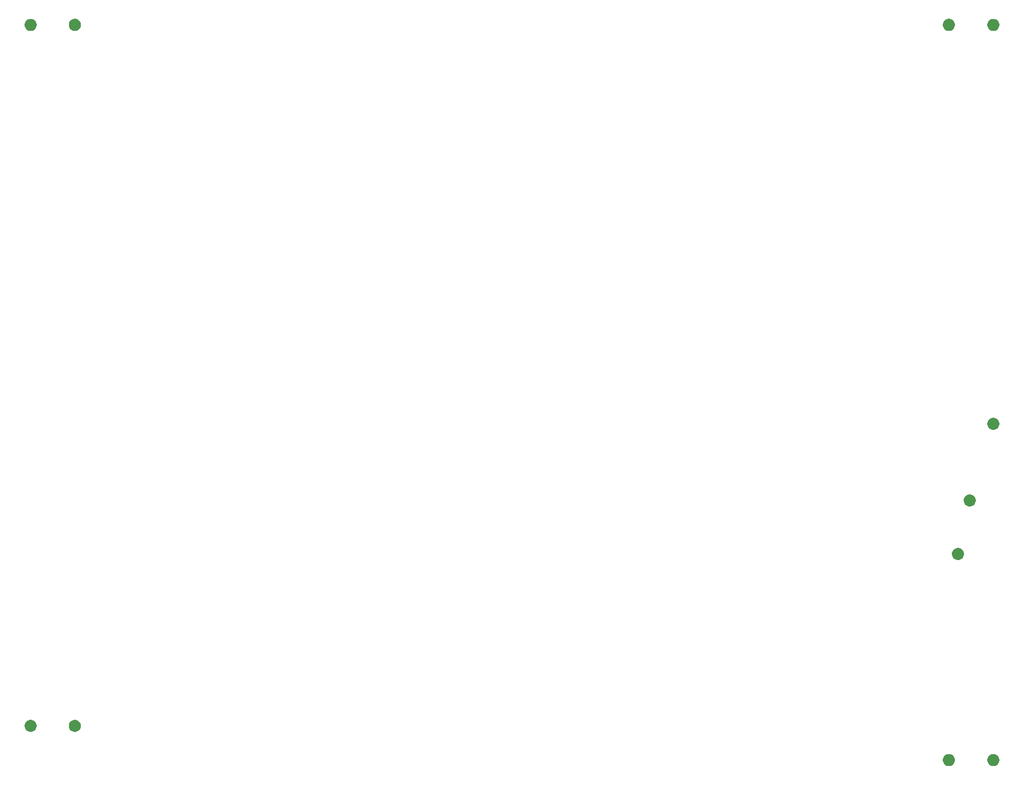
<source format=gbr>
G04 #@! TF.GenerationSoftware,KiCad,Pcbnew,(5.1.5-0-10_14)*
G04 #@! TF.CreationDate,2020-04-18T19:29:34+09:00*
G04 #@! TF.ProjectId,colice_left_topFrame,636f6c69-6365-45f6-9c65-66745f746f70,rev?*
G04 #@! TF.SameCoordinates,Original*
G04 #@! TF.FileFunction,Soldermask,Top*
G04 #@! TF.FilePolarity,Negative*
%FSLAX46Y46*%
G04 Gerber Fmt 4.6, Leading zero omitted, Abs format (unit mm)*
G04 Created by KiCad (PCBNEW (5.1.5-0-10_14)) date 2020-04-18 19:29:34*
%MOMM*%
%LPD*%
G04 APERTURE LIST*
%ADD10C,0.100000*%
G04 APERTURE END LIST*
D10*
G36*
X199510161Y-155706391D02*
G01*
X199702817Y-155786192D01*
X199715081Y-155791272D01*
X199899503Y-155914499D01*
X200056341Y-156071337D01*
X200176175Y-156250681D01*
X200179569Y-156255761D01*
X200264449Y-156460679D01*
X200307720Y-156678217D01*
X200307720Y-156900023D01*
X200264449Y-157117561D01*
X200181673Y-157317399D01*
X200179568Y-157322481D01*
X200056341Y-157506903D01*
X199899503Y-157663741D01*
X199715081Y-157786968D01*
X199715080Y-157786969D01*
X199715079Y-157786969D01*
X199510161Y-157871849D01*
X199292623Y-157915120D01*
X199070817Y-157915120D01*
X198853279Y-157871849D01*
X198648361Y-157786969D01*
X198648360Y-157786969D01*
X198648359Y-157786968D01*
X198463937Y-157663741D01*
X198307099Y-157506903D01*
X198183872Y-157322481D01*
X198181767Y-157317399D01*
X198098991Y-157117561D01*
X198055720Y-156900023D01*
X198055720Y-156678217D01*
X198098991Y-156460679D01*
X198183871Y-156255761D01*
X198187265Y-156250681D01*
X198307099Y-156071337D01*
X198463937Y-155914499D01*
X198648359Y-155791272D01*
X198660623Y-155786192D01*
X198853279Y-155706391D01*
X199070817Y-155663120D01*
X199292623Y-155663120D01*
X199510161Y-155706391D01*
G37*
G36*
X191224681Y-155701311D02*
G01*
X191429599Y-155786191D01*
X191429601Y-155786192D01*
X191614023Y-155909419D01*
X191770861Y-156066257D01*
X191894088Y-156250679D01*
X191894089Y-156250681D01*
X191978969Y-156455599D01*
X192022240Y-156673137D01*
X192022240Y-156894943D01*
X191978969Y-157112481D01*
X191976864Y-157117562D01*
X191894088Y-157317401D01*
X191770861Y-157501823D01*
X191614023Y-157658661D01*
X191429601Y-157781888D01*
X191429600Y-157781889D01*
X191429599Y-157781889D01*
X191224681Y-157866769D01*
X191007143Y-157910040D01*
X190785337Y-157910040D01*
X190567799Y-157866769D01*
X190362881Y-157781889D01*
X190362880Y-157781889D01*
X190362879Y-157781888D01*
X190178457Y-157658661D01*
X190021619Y-157501823D01*
X189898392Y-157317401D01*
X189815616Y-157117562D01*
X189813511Y-157112481D01*
X189770240Y-156894943D01*
X189770240Y-156673137D01*
X189813511Y-156455599D01*
X189898391Y-156250681D01*
X189898392Y-156250679D01*
X190021619Y-156066257D01*
X190178457Y-155909419D01*
X190362879Y-155786192D01*
X190362881Y-155786191D01*
X190567799Y-155701311D01*
X190785337Y-155658040D01*
X191007143Y-155658040D01*
X191224681Y-155701311D01*
G37*
G36*
X28187161Y-149325911D02*
G01*
X28392079Y-149410791D01*
X28392081Y-149410792D01*
X28576503Y-149534019D01*
X28733341Y-149690857D01*
X28733342Y-149690859D01*
X28856569Y-149875281D01*
X28941449Y-150080199D01*
X28984720Y-150297737D01*
X28984720Y-150519543D01*
X28941449Y-150737081D01*
X28856569Y-150941999D01*
X28856568Y-150942001D01*
X28733341Y-151126423D01*
X28576503Y-151283261D01*
X28392081Y-151406488D01*
X28392080Y-151406489D01*
X28392079Y-151406489D01*
X28187161Y-151491369D01*
X27969623Y-151534640D01*
X27747817Y-151534640D01*
X27530279Y-151491369D01*
X27325361Y-151406489D01*
X27325360Y-151406489D01*
X27325359Y-151406488D01*
X27140937Y-151283261D01*
X26984099Y-151126423D01*
X26860872Y-150942001D01*
X26860871Y-150941999D01*
X26775991Y-150737081D01*
X26732720Y-150519543D01*
X26732720Y-150297737D01*
X26775991Y-150080199D01*
X26860871Y-149875281D01*
X26984098Y-149690859D01*
X26984099Y-149690857D01*
X27140937Y-149534019D01*
X27325359Y-149410792D01*
X27325361Y-149410791D01*
X27530279Y-149325911D01*
X27747817Y-149282640D01*
X27969623Y-149282640D01*
X28187161Y-149325911D01*
G37*
G36*
X19957561Y-149325911D02*
G01*
X20162479Y-149410791D01*
X20162481Y-149410792D01*
X20346903Y-149534019D01*
X20503741Y-149690857D01*
X20503742Y-149690859D01*
X20626969Y-149875281D01*
X20711849Y-150080199D01*
X20755120Y-150297737D01*
X20755120Y-150519543D01*
X20711849Y-150737081D01*
X20626969Y-150941999D01*
X20626968Y-150942001D01*
X20503741Y-151126423D01*
X20346903Y-151283261D01*
X20162481Y-151406488D01*
X20162480Y-151406489D01*
X20162479Y-151406489D01*
X19957561Y-151491369D01*
X19740023Y-151534640D01*
X19518217Y-151534640D01*
X19300679Y-151491369D01*
X19095761Y-151406489D01*
X19095760Y-151406489D01*
X19095759Y-151406488D01*
X18911337Y-151283261D01*
X18754499Y-151126423D01*
X18631272Y-150942001D01*
X18631271Y-150941999D01*
X18546391Y-150737081D01*
X18503120Y-150519543D01*
X18503120Y-150297737D01*
X18546391Y-150080199D01*
X18631271Y-149875281D01*
X18754498Y-149690859D01*
X18754499Y-149690857D01*
X18911337Y-149534019D01*
X19095759Y-149410792D01*
X19095761Y-149410791D01*
X19300679Y-149325911D01*
X19518217Y-149282640D01*
X19740023Y-149282640D01*
X19957561Y-149325911D01*
G37*
G36*
X192936641Y-117220311D02*
G01*
X193141559Y-117305191D01*
X193141561Y-117305192D01*
X193325983Y-117428419D01*
X193482821Y-117585257D01*
X193482822Y-117585259D01*
X193606049Y-117769681D01*
X193690929Y-117974599D01*
X193734200Y-118192137D01*
X193734200Y-118413943D01*
X193690929Y-118631481D01*
X193606049Y-118836399D01*
X193606048Y-118836401D01*
X193482821Y-119020823D01*
X193325983Y-119177661D01*
X193141561Y-119300888D01*
X193141560Y-119300889D01*
X193141559Y-119300889D01*
X192936641Y-119385769D01*
X192719103Y-119429040D01*
X192497297Y-119429040D01*
X192279759Y-119385769D01*
X192074841Y-119300889D01*
X192074840Y-119300889D01*
X192074839Y-119300888D01*
X191890417Y-119177661D01*
X191733579Y-119020823D01*
X191610352Y-118836401D01*
X191610351Y-118836399D01*
X191525471Y-118631481D01*
X191482200Y-118413943D01*
X191482200Y-118192137D01*
X191525471Y-117974599D01*
X191610351Y-117769681D01*
X191733578Y-117585259D01*
X191733579Y-117585257D01*
X191890417Y-117428419D01*
X192074839Y-117305192D01*
X192074841Y-117305191D01*
X192279759Y-117220311D01*
X192497297Y-117177040D01*
X192719103Y-117177040D01*
X192936641Y-117220311D01*
G37*
G36*
X195105801Y-107233031D02*
G01*
X195310719Y-107317911D01*
X195310721Y-107317912D01*
X195495143Y-107441139D01*
X195651981Y-107597977D01*
X195651982Y-107597979D01*
X195775209Y-107782401D01*
X195860089Y-107987319D01*
X195903360Y-108204857D01*
X195903360Y-108426663D01*
X195860089Y-108644201D01*
X195775209Y-108849119D01*
X195775208Y-108849121D01*
X195651981Y-109033543D01*
X195495143Y-109190381D01*
X195310721Y-109313608D01*
X195310720Y-109313609D01*
X195310719Y-109313609D01*
X195105801Y-109398489D01*
X194888263Y-109441760D01*
X194666457Y-109441760D01*
X194448919Y-109398489D01*
X194244001Y-109313609D01*
X194244000Y-109313609D01*
X194243999Y-109313608D01*
X194059577Y-109190381D01*
X193902739Y-109033543D01*
X193779512Y-108849121D01*
X193779511Y-108849119D01*
X193694631Y-108644201D01*
X193651360Y-108426663D01*
X193651360Y-108204857D01*
X193694631Y-107987319D01*
X193779511Y-107782401D01*
X193902738Y-107597979D01*
X193902739Y-107597977D01*
X194059577Y-107441139D01*
X194243999Y-107317912D01*
X194244001Y-107317911D01*
X194448919Y-107233031D01*
X194666457Y-107189760D01*
X194888263Y-107189760D01*
X195105801Y-107233031D01*
G37*
G36*
X199510161Y-92937911D02*
G01*
X199715079Y-93022791D01*
X199715081Y-93022792D01*
X199899503Y-93146019D01*
X200056341Y-93302857D01*
X200056342Y-93302859D01*
X200179569Y-93487281D01*
X200264449Y-93692199D01*
X200307720Y-93909737D01*
X200307720Y-94131543D01*
X200264449Y-94349081D01*
X200179569Y-94553999D01*
X200179568Y-94554001D01*
X200056341Y-94738423D01*
X199899503Y-94895261D01*
X199715081Y-95018488D01*
X199715080Y-95018489D01*
X199715079Y-95018489D01*
X199510161Y-95103369D01*
X199292623Y-95146640D01*
X199070817Y-95146640D01*
X198853279Y-95103369D01*
X198648361Y-95018489D01*
X198648360Y-95018489D01*
X198648359Y-95018488D01*
X198463937Y-94895261D01*
X198307099Y-94738423D01*
X198183872Y-94554001D01*
X198183871Y-94553999D01*
X198098991Y-94349081D01*
X198055720Y-94131543D01*
X198055720Y-93909737D01*
X198098991Y-93692199D01*
X198183871Y-93487281D01*
X198307098Y-93302859D01*
X198307099Y-93302857D01*
X198463937Y-93146019D01*
X198648359Y-93022792D01*
X198648361Y-93022791D01*
X198853279Y-92937911D01*
X199070817Y-92894640D01*
X199292623Y-92894640D01*
X199510161Y-92937911D01*
G37*
G36*
X199515241Y-18454951D02*
G01*
X199707897Y-18534752D01*
X199720161Y-18539832D01*
X199904583Y-18663059D01*
X200061421Y-18819897D01*
X200181255Y-18999241D01*
X200184649Y-19004321D01*
X200269529Y-19209239D01*
X200312800Y-19426777D01*
X200312800Y-19648583D01*
X200269529Y-19866121D01*
X200186753Y-20065959D01*
X200184648Y-20071041D01*
X200061421Y-20255463D01*
X199904583Y-20412301D01*
X199720161Y-20535528D01*
X199720160Y-20535529D01*
X199720159Y-20535529D01*
X199515241Y-20620409D01*
X199297703Y-20663680D01*
X199075897Y-20663680D01*
X198858359Y-20620409D01*
X198653441Y-20535529D01*
X198653440Y-20535529D01*
X198653439Y-20535528D01*
X198469017Y-20412301D01*
X198312179Y-20255463D01*
X198188952Y-20071041D01*
X198186847Y-20065959D01*
X198104071Y-19866121D01*
X198060800Y-19648583D01*
X198060800Y-19426777D01*
X198104071Y-19209239D01*
X198188951Y-19004321D01*
X198192345Y-18999241D01*
X198312179Y-18819897D01*
X198469017Y-18663059D01*
X198653439Y-18539832D01*
X198665703Y-18534752D01*
X198858359Y-18454951D01*
X199075897Y-18411680D01*
X199297703Y-18411680D01*
X199515241Y-18454951D01*
G37*
G36*
X19957561Y-18454951D02*
G01*
X20150217Y-18534752D01*
X20162481Y-18539832D01*
X20346903Y-18663059D01*
X20503741Y-18819897D01*
X20623575Y-18999241D01*
X20626969Y-19004321D01*
X20711849Y-19209239D01*
X20755120Y-19426777D01*
X20755120Y-19648583D01*
X20711849Y-19866121D01*
X20629073Y-20065959D01*
X20626968Y-20071041D01*
X20503741Y-20255463D01*
X20346903Y-20412301D01*
X20162481Y-20535528D01*
X20162480Y-20535529D01*
X20162479Y-20535529D01*
X19957561Y-20620409D01*
X19740023Y-20663680D01*
X19518217Y-20663680D01*
X19300679Y-20620409D01*
X19095761Y-20535529D01*
X19095760Y-20535529D01*
X19095759Y-20535528D01*
X18911337Y-20412301D01*
X18754499Y-20255463D01*
X18631272Y-20071041D01*
X18629167Y-20065959D01*
X18546391Y-19866121D01*
X18503120Y-19648583D01*
X18503120Y-19426777D01*
X18546391Y-19209239D01*
X18631271Y-19004321D01*
X18634665Y-18999241D01*
X18754499Y-18819897D01*
X18911337Y-18663059D01*
X19095759Y-18539832D01*
X19108023Y-18534752D01*
X19300679Y-18454951D01*
X19518217Y-18411680D01*
X19740023Y-18411680D01*
X19957561Y-18454951D01*
G37*
G36*
X191224681Y-18449871D02*
G01*
X191429599Y-18534751D01*
X191429601Y-18534752D01*
X191614023Y-18657979D01*
X191770861Y-18814817D01*
X191894088Y-18999239D01*
X191894089Y-18999241D01*
X191978969Y-19204159D01*
X192022240Y-19421697D01*
X192022240Y-19643503D01*
X191978969Y-19861041D01*
X191976864Y-19866122D01*
X191894088Y-20065961D01*
X191770861Y-20250383D01*
X191614023Y-20407221D01*
X191429601Y-20530448D01*
X191429600Y-20530449D01*
X191429599Y-20530449D01*
X191224681Y-20615329D01*
X191007143Y-20658600D01*
X190785337Y-20658600D01*
X190567799Y-20615329D01*
X190362881Y-20530449D01*
X190362880Y-20530449D01*
X190362879Y-20530448D01*
X190178457Y-20407221D01*
X190021619Y-20250383D01*
X189898392Y-20065961D01*
X189815616Y-19866122D01*
X189813511Y-19861041D01*
X189770240Y-19643503D01*
X189770240Y-19421697D01*
X189813511Y-19204159D01*
X189898391Y-18999241D01*
X189898392Y-18999239D01*
X190021619Y-18814817D01*
X190178457Y-18657979D01*
X190362879Y-18534752D01*
X190362881Y-18534751D01*
X190567799Y-18449871D01*
X190785337Y-18406600D01*
X191007143Y-18406600D01*
X191224681Y-18449871D01*
G37*
G36*
X28187161Y-18449871D02*
G01*
X28392079Y-18534751D01*
X28392081Y-18534752D01*
X28576503Y-18657979D01*
X28733341Y-18814817D01*
X28856568Y-18999239D01*
X28856569Y-18999241D01*
X28941449Y-19204159D01*
X28984720Y-19421697D01*
X28984720Y-19643503D01*
X28941449Y-19861041D01*
X28939344Y-19866122D01*
X28856568Y-20065961D01*
X28733341Y-20250383D01*
X28576503Y-20407221D01*
X28392081Y-20530448D01*
X28392080Y-20530449D01*
X28392079Y-20530449D01*
X28187161Y-20615329D01*
X27969623Y-20658600D01*
X27747817Y-20658600D01*
X27530279Y-20615329D01*
X27325361Y-20530449D01*
X27325360Y-20530449D01*
X27325359Y-20530448D01*
X27140937Y-20407221D01*
X26984099Y-20250383D01*
X26860872Y-20065961D01*
X26778096Y-19866122D01*
X26775991Y-19861041D01*
X26732720Y-19643503D01*
X26732720Y-19421697D01*
X26775991Y-19204159D01*
X26860871Y-18999241D01*
X26860872Y-18999239D01*
X26984099Y-18814817D01*
X27140937Y-18657979D01*
X27325359Y-18534752D01*
X27325361Y-18534751D01*
X27530279Y-18449871D01*
X27747817Y-18406600D01*
X27969623Y-18406600D01*
X28187161Y-18449871D01*
G37*
M02*

</source>
